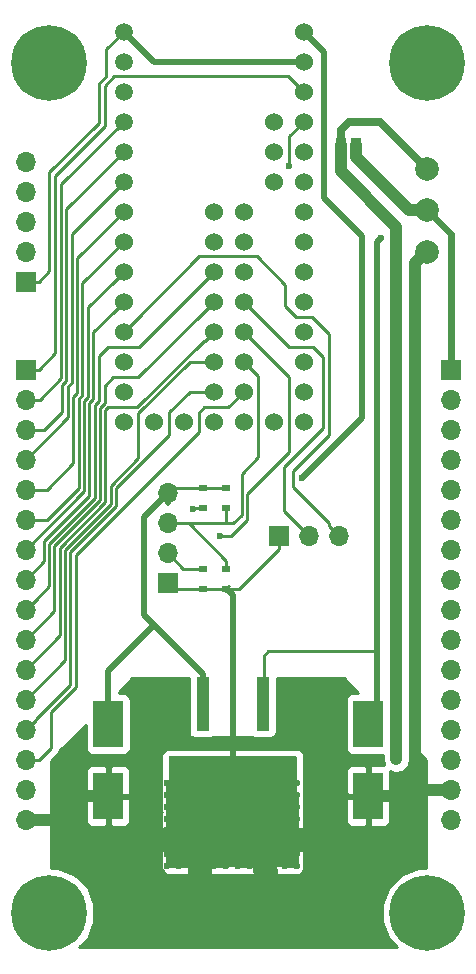
<source format=gbr>
G04 #@! TF.FileFunction,Copper,L1,Top,Signal*
%FSLAX46Y46*%
G04 Gerber Fmt 4.6, Leading zero omitted, Abs format (unit mm)*
G04 Created by KiCad (PCBNEW 4.0.6) date 10/21/18 17:35:00*
%MOMM*%
%LPD*%
G01*
G04 APERTURE LIST*
%ADD10C,0.100000*%
%ADD11C,6.400000*%
%ADD12R,2.500000X4.000000*%
%ADD13R,0.800000X0.600000*%
%ADD14C,2.000000*%
%ADD15R,1.700000X1.700000*%
%ADD16O,1.700000X1.700000*%
%ADD17R,0.970000X1.270000*%
%ADD18R,1.100000X4.600000*%
%ADD19R,10.800000X9.400000*%
%ADD20R,5.250000X4.550000*%
%ADD21C,1.500000*%
%ADD22C,1.524000*%
%ADD23C,0.600000*%
%ADD24C,0.500000*%
%ADD25C,0.250000*%
%ADD26C,2.000000*%
%ADD27C,1.000000*%
%ADD28C,0.600000*%
%ADD29C,0.700000*%
%ADD30C,0.254000*%
G04 APERTURE END LIST*
D10*
D11*
X116000000Y-96000000D03*
X84000000Y-96000000D03*
X116000000Y-24000000D03*
D12*
X89000000Y-80000000D03*
X89000000Y-86100000D03*
X111000000Y-80000000D03*
X111000000Y-86100000D03*
D13*
X97050000Y-66850000D03*
X97050000Y-68550000D03*
X99000000Y-66850000D03*
X99000000Y-68550000D03*
D14*
X116000000Y-40000000D03*
X116000000Y-36500000D03*
X116000000Y-33000000D03*
D15*
X82000000Y-42540000D03*
D16*
X82000000Y-40000000D03*
X82000000Y-37460000D03*
X82000000Y-34920000D03*
X82000000Y-32380000D03*
D15*
X94050000Y-68090000D03*
D16*
X94050000Y-65550000D03*
X94050000Y-63010000D03*
X94050000Y-60470000D03*
D15*
X118000000Y-50000000D03*
D16*
X118000000Y-52540000D03*
X118000000Y-55080000D03*
X118000000Y-57620000D03*
X118000000Y-60160000D03*
X118000000Y-62700000D03*
X118000000Y-65240000D03*
X118000000Y-67780000D03*
X118000000Y-70320000D03*
X118000000Y-72860000D03*
X118000000Y-75400000D03*
X118000000Y-77940000D03*
X118000000Y-80480000D03*
X118000000Y-83020000D03*
X118000000Y-85560000D03*
X118000000Y-88100000D03*
D15*
X82000000Y-50000000D03*
D16*
X82000000Y-52540000D03*
X82000000Y-55080000D03*
X82000000Y-57620000D03*
X82000000Y-60160000D03*
X82000000Y-62700000D03*
X82000000Y-65240000D03*
X82000000Y-67780000D03*
X82000000Y-70320000D03*
X82000000Y-72860000D03*
X82000000Y-75400000D03*
X82000000Y-77940000D03*
X82000000Y-80480000D03*
X82000000Y-83020000D03*
X82000000Y-85560000D03*
X82000000Y-88100000D03*
D17*
X108720000Y-31000000D03*
X110000000Y-31000000D03*
D18*
X102080000Y-78275000D03*
X97000000Y-78275000D03*
D19*
X99540000Y-87425000D03*
D20*
X96765000Y-89850000D03*
X102315000Y-85000000D03*
X102315000Y-89850000D03*
X96765000Y-85000000D03*
D21*
X90300000Y-21380000D03*
X90300000Y-23920000D03*
X90300000Y-26460000D03*
X90300000Y-29000000D03*
X90300000Y-31540000D03*
X90300000Y-34080000D03*
D22*
X90300000Y-36620000D03*
X97920000Y-36620000D03*
X90300000Y-39160000D03*
X97920000Y-39160000D03*
X90300000Y-41700000D03*
X97920000Y-41700000D03*
X90300000Y-44240000D03*
X97920000Y-44240000D03*
X90300000Y-46780000D03*
X97920000Y-46780000D03*
X90300000Y-49320000D03*
X97920000Y-49320000D03*
X90300000Y-51860000D03*
X97920000Y-51860000D03*
X90300000Y-54400000D03*
X92840000Y-54400000D03*
X95380000Y-54400000D03*
X97920000Y-54400000D03*
X100460000Y-54400000D03*
X103000000Y-54400000D03*
X105540000Y-54400000D03*
X100460000Y-51860000D03*
X105540000Y-51860000D03*
X100460000Y-49320000D03*
X105540000Y-49320000D03*
X100460000Y-46780000D03*
X105540000Y-46780000D03*
X100460000Y-44240000D03*
X105540000Y-44240000D03*
X100460000Y-41700000D03*
X105540000Y-41700000D03*
X100460000Y-39160000D03*
X105540000Y-39160000D03*
X100460000Y-36620000D03*
X105540000Y-36620000D03*
X103000000Y-34080000D03*
X105540000Y-34080000D03*
X103000000Y-31540000D03*
X105540000Y-31540000D03*
X103000000Y-29000000D03*
X105540000Y-29000000D03*
X105540000Y-26460000D03*
X105540000Y-23920000D03*
X105540000Y-21380000D03*
D11*
X84000000Y-24000000D03*
D15*
X103460000Y-64100000D03*
D16*
X106000000Y-64100000D03*
X108540000Y-64100000D03*
D13*
X97000000Y-60050000D03*
X97000000Y-61750000D03*
X99000000Y-60050000D03*
X99000000Y-61750000D03*
D23*
X105400000Y-59200000D03*
X94000000Y-90000000D03*
X105000000Y-85000000D03*
X105000000Y-86000000D03*
X105000000Y-87000000D03*
X105000000Y-88000000D03*
X105000000Y-89000000D03*
X105000000Y-90000000D03*
X105000000Y-91000000D03*
X105000000Y-92000000D03*
X104000000Y-92000000D03*
X103000000Y-92000000D03*
X102000000Y-92000000D03*
X101000000Y-92000000D03*
X100000000Y-92000000D03*
X99000000Y-92000000D03*
X98000000Y-92000000D03*
X97000000Y-92000000D03*
X96000000Y-92000000D03*
X95000000Y-92000000D03*
X94000000Y-92000000D03*
X94000000Y-91000000D03*
X94000000Y-89000000D03*
X94000000Y-88000000D03*
X94000000Y-87000000D03*
X94000000Y-86000000D03*
X94000000Y-85000000D03*
X112100000Y-38850000D03*
X96200000Y-61800000D03*
X98500000Y-64100000D03*
X113400000Y-83000000D03*
X104290000Y-32750000D03*
D24*
X105400000Y-59200000D02*
X110500000Y-54100000D01*
X110500000Y-54100000D02*
X110500000Y-38700000D01*
X107300000Y-23140000D02*
X106301999Y-22141999D01*
X110500000Y-38700000D02*
X107300000Y-35500000D01*
X107300000Y-35500000D02*
X107300000Y-23140000D01*
X106301999Y-22141999D02*
X105540000Y-21380000D01*
D25*
X97000000Y-60050000D02*
X94470000Y-60050000D01*
X94470000Y-60050000D02*
X94050000Y-60470000D01*
X99000000Y-60050000D02*
X97000000Y-60050000D01*
D24*
X92750000Y-71800000D02*
X89000000Y-75550000D01*
X89000000Y-75550000D02*
X89000000Y-80000000D01*
X92750000Y-71475000D02*
X97000000Y-75725000D01*
X92050000Y-70775000D02*
X92750000Y-71475000D01*
X92750000Y-71475000D02*
X92750000Y-71800000D01*
X88900000Y-79900000D02*
X89000000Y-80000000D01*
X97000000Y-75725000D02*
X97000000Y-78275000D01*
X94050000Y-60470000D02*
X92050000Y-62470000D01*
X92050000Y-62470000D02*
X92050000Y-70775000D01*
X94050000Y-60470000D02*
X94050000Y-61270998D01*
X89000000Y-80000000D02*
X89000000Y-79250000D01*
X89000000Y-79250000D02*
X89975000Y-78275000D01*
D25*
X90300000Y-21380000D02*
X88850000Y-22830000D01*
X88850000Y-22830000D02*
X88850000Y-25163590D01*
X84000000Y-33300000D02*
X84000000Y-41640000D01*
X88850000Y-25163590D02*
X88200000Y-25813590D01*
X83100000Y-42540000D02*
X82000000Y-42540000D01*
X88200000Y-25813590D02*
X88200000Y-29100000D01*
X88200000Y-29100000D02*
X84000000Y-33300000D01*
X84000000Y-41640000D02*
X83100000Y-42540000D01*
D26*
X102315000Y-89850000D02*
X106350000Y-89850000D01*
X93890000Y-89850000D02*
X91750000Y-89850000D01*
X96765000Y-89850000D02*
X93890000Y-89850000D01*
X96800000Y-92410000D02*
X96800000Y-95150000D01*
X96765000Y-89850000D02*
X96765000Y-92375000D01*
X96765000Y-92375000D02*
X96800000Y-92410000D01*
X102350000Y-92410000D02*
X102350000Y-93850000D01*
X102315000Y-92375000D02*
X102350000Y-92410000D01*
X102315000Y-89850000D02*
X102315000Y-92375000D01*
D25*
X105000000Y-91000000D02*
X105000000Y-92000000D01*
X105000000Y-89000000D02*
X105000000Y-90000000D01*
X105000000Y-87000000D02*
X105000000Y-88000000D01*
X95000000Y-92000000D02*
X96000000Y-92000000D01*
X94000000Y-91000000D02*
X94000000Y-92000000D01*
X94000000Y-89000000D02*
X94000000Y-90000000D01*
X94000000Y-88000000D02*
X94000000Y-87000000D01*
X94000000Y-85000000D02*
X94000000Y-86000000D01*
X105000000Y-87000000D02*
X105000000Y-86000000D01*
X105000000Y-89000000D02*
X105000000Y-88000000D01*
X105000000Y-91000000D02*
X105000000Y-90000000D01*
X104000000Y-92000000D02*
X105000000Y-92000000D01*
X102000000Y-92000000D02*
X103000000Y-92000000D01*
X100000000Y-92000000D02*
X101000000Y-92000000D01*
X98000000Y-92000000D02*
X99000000Y-92000000D01*
X96000000Y-92000000D02*
X97000000Y-92000000D01*
X94000000Y-92000000D02*
X95000000Y-92000000D01*
X94000000Y-90000000D02*
X94000000Y-91000000D01*
X94000000Y-88000000D02*
X94000000Y-89000000D01*
X94000000Y-86000000D02*
X94000000Y-87000000D01*
X96765000Y-85000000D02*
X94000000Y-85000000D01*
X103460000Y-64100000D02*
X103460000Y-65200000D01*
X103460000Y-65200000D02*
X100110000Y-68550000D01*
X100110000Y-68550000D02*
X99650000Y-68550000D01*
X99650000Y-68550000D02*
X99000000Y-68550000D01*
X99250000Y-68300000D02*
X99000000Y-68550000D01*
D24*
X99540000Y-87425000D02*
X99540000Y-69090000D01*
X99540000Y-69090000D02*
X99000000Y-68550000D01*
X92840000Y-23920000D02*
X95650000Y-23920000D01*
X95650000Y-23920000D02*
X105540000Y-23920000D01*
X90300000Y-21380000D02*
X92840000Y-23920000D01*
D25*
X97050000Y-68550000D02*
X99000000Y-68550000D01*
X97050000Y-68550000D02*
X94510000Y-68550000D01*
X94510000Y-68550000D02*
X94050000Y-68090000D01*
D27*
X115000000Y-86000000D02*
X115440000Y-85560000D01*
X115440000Y-85560000D02*
X118000000Y-85560000D01*
X89000000Y-86100000D02*
X86700000Y-86100000D01*
X86700000Y-86100000D02*
X84700000Y-88100000D01*
X84700000Y-88100000D02*
X82000000Y-88100000D01*
D25*
X88460000Y-85560000D02*
X89000000Y-86100000D01*
X95665000Y-86100000D02*
X96765000Y-85000000D01*
D27*
X115000000Y-86000000D02*
X115000000Y-87000000D01*
X115000000Y-80000000D02*
X115000000Y-86000000D01*
X114900000Y-86100000D02*
X111000000Y-86100000D01*
X115000000Y-86000000D02*
X114900000Y-86100000D01*
X115000000Y-87000000D02*
X115000000Y-89000000D01*
X115000000Y-89000000D02*
X114000000Y-90000000D01*
X102465000Y-90000000D02*
X102315000Y-89850000D01*
X115000000Y-41000000D02*
X115000000Y-80000000D01*
X116000000Y-40000000D02*
X115000000Y-41000000D01*
D25*
X102080000Y-78275000D02*
X102080000Y-76525000D01*
X102080000Y-76525000D02*
X102150000Y-76455000D01*
X102150000Y-76455000D02*
X102150000Y-74250000D01*
X102150000Y-74250000D02*
X102550000Y-73850000D01*
X102550000Y-73850000D02*
X111750000Y-73850000D01*
X111750000Y-73850000D02*
X111800000Y-73900000D01*
X111800000Y-73900000D02*
X111800000Y-79200000D01*
X111000000Y-80000000D02*
X111800000Y-79200000D01*
D24*
X111800001Y-39149999D02*
X112100000Y-38850000D01*
X111800000Y-79200000D02*
X111800001Y-39149999D01*
D28*
X118000000Y-50000000D02*
X118000000Y-38500000D01*
X118000000Y-38500000D02*
X116000000Y-36500000D01*
D27*
X114500000Y-36500000D02*
X110000000Y-32000000D01*
X110000000Y-32000000D02*
X110000000Y-31000000D01*
X116000000Y-36500000D02*
X114500000Y-36500000D01*
D25*
X97000000Y-61750000D02*
X96250000Y-61750000D01*
X96250000Y-61750000D02*
X96200000Y-61800000D01*
X100460000Y-46780000D02*
X104300000Y-50620000D01*
X99400000Y-64100000D02*
X98924264Y-64100000D01*
X104300000Y-50620000D02*
X104300000Y-57000000D01*
X98924264Y-64100000D02*
X98500000Y-64100000D01*
X104300000Y-57000000D02*
X100750011Y-60549989D01*
X100750011Y-60549989D02*
X100750011Y-62749989D01*
X100750011Y-62749989D02*
X99400000Y-64100000D01*
X97050000Y-66850000D02*
X95350000Y-66850000D01*
X95350000Y-66850000D02*
X94050000Y-65550000D01*
X99600000Y-63000000D02*
X99000000Y-63000000D01*
X99000000Y-63000000D02*
X95820000Y-63000000D01*
X99000000Y-61750000D02*
X99000000Y-63000000D01*
X100300000Y-58800000D02*
X100300000Y-61700000D01*
X100300000Y-61700000D02*
X100300000Y-62300000D01*
X100460000Y-49320000D02*
X101700000Y-50560000D01*
X101700000Y-57400000D02*
X100300000Y-58800000D01*
X101700000Y-50560000D02*
X101700000Y-57400000D01*
X100300000Y-62300000D02*
X99600000Y-63000000D01*
X95820000Y-63000000D02*
X95810000Y-63010000D01*
X99000000Y-66850000D02*
X99000000Y-66200000D01*
X99000000Y-66200000D02*
X95810000Y-63010000D01*
X95810000Y-63010000D02*
X95252081Y-63010000D01*
X95252081Y-63010000D02*
X94050000Y-63010000D01*
D27*
X108720000Y-31000000D02*
X108720000Y-33220000D01*
X108720000Y-33220000D02*
X113400000Y-37900000D01*
X113400000Y-37900000D02*
X113400000Y-83000000D01*
D29*
X115000001Y-32000001D02*
X116000000Y-33000000D01*
X112000000Y-29000000D02*
X115000001Y-32000001D01*
X109385000Y-29000000D02*
X112000000Y-29000000D01*
X108720000Y-29665000D02*
X109385000Y-29000000D01*
X108720000Y-31000000D02*
X108720000Y-29665000D01*
D25*
X104290000Y-32750000D02*
X104290000Y-30250000D01*
X104290000Y-30250000D02*
X105540000Y-29000000D01*
X82000000Y-50000000D02*
X83100000Y-50000000D01*
X104230000Y-25150000D02*
X105540000Y-26460000D01*
X83100000Y-50000000D02*
X84500000Y-48600000D01*
X84500000Y-48600000D02*
X84500000Y-33600000D01*
X84500000Y-33600000D02*
X88700000Y-29400000D01*
X88700000Y-29400000D02*
X88700000Y-25950000D01*
X88700000Y-25950000D02*
X89500000Y-25150000D01*
X89500000Y-25150000D02*
X104230000Y-25150000D01*
X89538001Y-42461999D02*
X90300000Y-41700000D01*
X87299956Y-44700044D02*
X89538001Y-42461999D01*
X86949956Y-60290044D02*
X86949956Y-52654400D01*
X86949956Y-52654400D02*
X87299956Y-52304401D01*
X82000000Y-65240000D02*
X86949956Y-60290044D01*
X87299956Y-52304401D02*
X87299956Y-44700044D01*
X89538001Y-45001999D02*
X90300000Y-44240000D01*
X87749967Y-46790033D02*
X89538001Y-45001999D01*
X87399967Y-52840800D02*
X87749967Y-52490801D01*
X87399967Y-60681567D02*
X87399967Y-52840800D01*
X83549934Y-64531600D02*
X87399967Y-60681567D01*
X83549934Y-66230066D02*
X83549934Y-64531600D01*
X82000000Y-67780000D02*
X83549934Y-66230066D01*
X87749967Y-52490801D02*
X87749967Y-46790033D01*
X83999945Y-68320055D02*
X82849999Y-69470001D01*
X83999945Y-64718000D02*
X83999945Y-68320055D01*
X91570000Y-48050000D02*
X89000000Y-48050000D01*
X89000000Y-48050000D02*
X88199978Y-48850022D01*
X88199978Y-52677201D02*
X88113589Y-52763589D01*
X97920000Y-41700000D02*
X91570000Y-48050000D01*
X82849999Y-69470001D02*
X82000000Y-70320000D01*
X87849978Y-53027200D02*
X87849978Y-60867967D01*
X88199978Y-48850022D02*
X88199978Y-52677201D01*
X87849978Y-60867967D02*
X83999945Y-64718000D01*
X88113589Y-52763589D02*
X87849978Y-53027200D01*
X91510000Y-50650000D02*
X97158001Y-45001999D01*
X97158001Y-45001999D02*
X97920000Y-44240000D01*
X88699967Y-51350033D02*
X89400000Y-50650000D01*
X89400000Y-50650000D02*
X91510000Y-50650000D01*
X88699967Y-52813622D02*
X88699967Y-51350033D01*
X88299989Y-53213600D02*
X88699967Y-52813622D01*
X84449956Y-64904400D02*
X88299989Y-61054367D01*
X88299989Y-61054367D02*
X88299989Y-53213600D01*
X84449956Y-70410044D02*
X84449956Y-64904400D01*
X82000000Y-72860000D02*
X84449956Y-70410044D01*
X89000000Y-53150000D02*
X91463589Y-53150000D01*
X82000000Y-75400000D02*
X84899967Y-72500033D01*
X88750000Y-61240767D02*
X88750000Y-53400000D01*
X97158001Y-47541999D02*
X97920000Y-46780000D01*
X97071590Y-47541999D02*
X97158001Y-47541999D01*
X91463589Y-53150000D02*
X97071590Y-47541999D01*
X84899967Y-65090800D02*
X88750000Y-61240767D01*
X84899967Y-72500033D02*
X84899967Y-65090800D01*
X88750000Y-53400000D02*
X89000000Y-53150000D01*
X82000000Y-77940000D02*
X85349978Y-74590022D01*
X85349978Y-74590022D02*
X85349978Y-65277200D01*
X85349978Y-65277200D02*
X89249989Y-61377189D01*
X89249989Y-61377189D02*
X89249989Y-59813600D01*
X89249989Y-59813600D02*
X91550000Y-57513589D01*
X91550000Y-57513589D02*
X91550000Y-53700000D01*
X91550000Y-53700000D02*
X95930000Y-49320000D01*
X95930000Y-49320000D02*
X96842370Y-49320000D01*
X96842370Y-49320000D02*
X97920000Y-49320000D01*
X96842370Y-51860000D02*
X97920000Y-51860000D01*
X94150000Y-53600000D02*
X95890000Y-51860000D01*
X95890000Y-51860000D02*
X96842370Y-51860000D01*
X89700000Y-60000000D02*
X94150000Y-55550000D01*
X85799989Y-65463600D02*
X89700000Y-61563589D01*
X85799989Y-76663601D02*
X85799989Y-65463600D01*
X82849999Y-79613591D02*
X85799989Y-76663601D01*
X82000000Y-80480000D02*
X82849999Y-79630001D01*
X89700000Y-61563589D02*
X89700000Y-60000000D01*
X94150000Y-55550000D02*
X94150000Y-53600000D01*
X82849999Y-79630001D02*
X82849999Y-79613591D01*
X97150000Y-53150000D02*
X99170000Y-53150000D01*
X86250000Y-76850000D02*
X86250000Y-65650000D01*
X84150000Y-82050000D02*
X84150000Y-78950000D01*
X83180000Y-83020000D02*
X84150000Y-82050000D01*
X82000000Y-83020000D02*
X83180000Y-83020000D01*
X96650000Y-55250000D02*
X96650000Y-53650000D01*
X84150000Y-78950000D02*
X86250000Y-76850000D01*
X86250000Y-65650000D02*
X96650000Y-55250000D01*
X96650000Y-53650000D02*
X97150000Y-53150000D01*
X99170000Y-53150000D02*
X100460000Y-51860000D01*
X89550001Y-34829999D02*
X90300000Y-34080000D01*
X85899956Y-38480044D02*
X89550001Y-34829999D01*
X85899956Y-51114947D02*
X85899956Y-38480044D01*
X85599923Y-51414979D02*
X85899956Y-51114947D01*
X85599923Y-54020077D02*
X85599923Y-51414979D01*
X82000000Y-57620000D02*
X85599923Y-54020077D01*
X83202081Y-60160000D02*
X82000000Y-60160000D01*
X83790000Y-60160000D02*
X83202081Y-60160000D01*
X86049934Y-52281600D02*
X86049934Y-57900066D01*
X86349967Y-51981567D02*
X86049934Y-52281600D01*
X86349967Y-40570033D02*
X86349967Y-51981567D01*
X86049934Y-57900066D02*
X83790000Y-60160000D01*
X90300000Y-36620000D02*
X86349967Y-40570033D01*
X83800000Y-62700000D02*
X83202081Y-62700000D01*
X86499945Y-60000055D02*
X83800000Y-62700000D01*
X86499945Y-52468000D02*
X86499945Y-60000055D01*
X86799978Y-52167967D02*
X86499945Y-52468000D01*
X90300000Y-39160000D02*
X86799978Y-42660022D01*
X83202081Y-62700000D02*
X82000000Y-62700000D01*
X86799978Y-42660022D02*
X86799978Y-52167967D01*
X108540000Y-64100000D02*
X107690001Y-63250001D01*
X104650000Y-59950000D02*
X104650000Y-58550000D01*
X101600000Y-40400000D02*
X96680000Y-40400000D01*
X107690001Y-63250001D02*
X107690001Y-62990001D01*
X107690001Y-62990001D02*
X104650000Y-59950000D01*
X107675000Y-55525000D02*
X107675000Y-46951777D01*
X104000000Y-44600000D02*
X104000000Y-42800000D01*
X104650000Y-58550000D02*
X107675000Y-55525000D01*
X107675000Y-46951777D02*
X106223223Y-45500000D01*
X106223223Y-45500000D02*
X104900000Y-45500000D01*
X104900000Y-45500000D02*
X104000000Y-44600000D01*
X104000000Y-42800000D02*
X101600000Y-40400000D01*
X96680000Y-40400000D02*
X91061999Y-46018001D01*
X91061999Y-46018001D02*
X90300000Y-46780000D01*
X108500000Y-63800000D02*
X108480000Y-63820000D01*
X105150001Y-63250001D02*
X106000000Y-64100000D01*
X103900000Y-58250000D02*
X103900000Y-62000000D01*
X106350000Y-48050000D02*
X107224989Y-48924989D01*
X107224989Y-54925011D02*
X103900000Y-58250000D01*
X107224989Y-48924989D02*
X107224989Y-54925011D01*
X100460000Y-44240000D02*
X104270000Y-48050000D01*
X104270000Y-48050000D02*
X106350000Y-48050000D01*
X103900000Y-62000000D02*
X105150001Y-63250001D01*
X84999934Y-34300066D02*
X84999934Y-50742147D01*
X83202081Y-52540000D02*
X82000000Y-52540000D01*
X90300000Y-29000000D02*
X84999934Y-34300066D01*
X84999934Y-50742147D02*
X83202081Y-52540000D01*
X85449945Y-50928547D02*
X85100011Y-51278480D01*
X90300000Y-31540000D02*
X85449945Y-36390055D01*
X83570000Y-55080000D02*
X83202081Y-55080000D01*
X83202081Y-55080000D02*
X82000000Y-55080000D01*
X85100011Y-53549989D02*
X83570000Y-55080000D01*
X85100011Y-51278480D02*
X85100011Y-53549989D01*
X85449945Y-36390055D02*
X85449945Y-50928547D01*
D30*
G36*
X95802560Y-80575000D02*
X95846838Y-80810317D01*
X95872759Y-80850599D01*
X95873000Y-81000205D01*
X95883086Y-81049599D01*
X95911594Y-81091177D01*
X95954032Y-81118389D01*
X96000000Y-81127000D01*
X96133083Y-81127000D01*
X96198110Y-81171431D01*
X96450000Y-81222440D01*
X97550000Y-81222440D01*
X97785317Y-81178162D01*
X97864825Y-81127000D01*
X101213083Y-81127000D01*
X101278110Y-81171431D01*
X101530000Y-81222440D01*
X102630000Y-81222440D01*
X102865317Y-81178162D01*
X102944825Y-81127000D01*
X103000000Y-81127000D01*
X103049410Y-81116994D01*
X103091035Y-81088553D01*
X103118315Y-81046159D01*
X103127000Y-81000000D01*
X103127000Y-80972412D01*
X103226431Y-80826890D01*
X103277440Y-80575000D01*
X103277440Y-76127000D01*
X108947394Y-76127000D01*
X110172954Y-77352560D01*
X109750000Y-77352560D01*
X109514683Y-77396838D01*
X109298559Y-77535910D01*
X109153569Y-77748110D01*
X109102560Y-78000000D01*
X109102560Y-82000000D01*
X109146838Y-82235317D01*
X109285910Y-82451441D01*
X109498110Y-82596431D01*
X109750000Y-82647440D01*
X112250000Y-82647440D01*
X112265000Y-82644618D01*
X112265000Y-83000000D01*
X112351397Y-83434346D01*
X112371879Y-83465000D01*
X111285750Y-83465000D01*
X111127000Y-83623750D01*
X111127000Y-85973000D01*
X112726250Y-85973000D01*
X112885000Y-85814250D01*
X112885000Y-83994712D01*
X112965654Y-84048603D01*
X113400000Y-84135000D01*
X113834346Y-84048603D01*
X114202566Y-83802566D01*
X114448603Y-83434346D01*
X114535000Y-83000000D01*
X114535000Y-81714606D01*
X115873000Y-83052606D01*
X115873000Y-92164888D01*
X115240518Y-92164336D01*
X113830485Y-92746950D01*
X112750741Y-93824811D01*
X112165667Y-95233825D01*
X112164336Y-96759482D01*
X112746950Y-98169515D01*
X113449208Y-98873000D01*
X86550229Y-98873000D01*
X87249259Y-98175189D01*
X87834333Y-96766175D01*
X87835664Y-95240518D01*
X87253050Y-93830485D01*
X86175189Y-92750741D01*
X84766175Y-92165667D01*
X84127000Y-92165109D01*
X84127000Y-86385750D01*
X87115000Y-86385750D01*
X87115000Y-88226309D01*
X87211673Y-88459698D01*
X87390301Y-88638327D01*
X87623690Y-88735000D01*
X88714250Y-88735000D01*
X88873000Y-88576250D01*
X88873000Y-86227000D01*
X89127000Y-86227000D01*
X89127000Y-88576250D01*
X89285750Y-88735000D01*
X90376310Y-88735000D01*
X90609699Y-88638327D01*
X90788327Y-88459698D01*
X90885000Y-88226309D01*
X90885000Y-86385750D01*
X90726250Y-86227000D01*
X89127000Y-86227000D01*
X88873000Y-86227000D01*
X87273750Y-86227000D01*
X87115000Y-86385750D01*
X84127000Y-86385750D01*
X84127000Y-83973691D01*
X87115000Y-83973691D01*
X87115000Y-85814250D01*
X87273750Y-85973000D01*
X88873000Y-85973000D01*
X88873000Y-83623750D01*
X89127000Y-83623750D01*
X89127000Y-85973000D01*
X90726250Y-85973000D01*
X90885000Y-85814250D01*
X90885000Y-83973691D01*
X90788327Y-83740302D01*
X90609699Y-83561673D01*
X90376310Y-83465000D01*
X89285750Y-83465000D01*
X89127000Y-83623750D01*
X88873000Y-83623750D01*
X88714250Y-83465000D01*
X87623690Y-83465000D01*
X87390301Y-83561673D01*
X87211673Y-83740302D01*
X87115000Y-83973691D01*
X84127000Y-83973691D01*
X84127000Y-83147802D01*
X84687401Y-82587401D01*
X84852148Y-82340839D01*
X84855471Y-82324135D01*
X87102560Y-80077046D01*
X87102560Y-82000000D01*
X87146838Y-82235317D01*
X87285910Y-82451441D01*
X87498110Y-82596431D01*
X87750000Y-82647440D01*
X90250000Y-82647440D01*
X90485317Y-82603162D01*
X90492265Y-82598691D01*
X93505000Y-82598691D01*
X93505000Y-87401309D01*
X93514813Y-87425000D01*
X93505000Y-87448691D01*
X93505000Y-92251309D01*
X93601673Y-92484698D01*
X93780301Y-92663327D01*
X94013690Y-92760000D01*
X99516310Y-92760000D01*
X99540000Y-92750187D01*
X99563690Y-92760000D01*
X105066310Y-92760000D01*
X105299699Y-92663327D01*
X105478327Y-92484698D01*
X105575000Y-92251309D01*
X105575000Y-87448691D01*
X105565187Y-87425000D01*
X105575000Y-87401309D01*
X105575000Y-86385750D01*
X109115000Y-86385750D01*
X109115000Y-88226309D01*
X109211673Y-88459698D01*
X109390301Y-88638327D01*
X109623690Y-88735000D01*
X110714250Y-88735000D01*
X110873000Y-88576250D01*
X110873000Y-86227000D01*
X111127000Y-86227000D01*
X111127000Y-88576250D01*
X111285750Y-88735000D01*
X112376310Y-88735000D01*
X112609699Y-88638327D01*
X112788327Y-88459698D01*
X112885000Y-88226309D01*
X112885000Y-86385750D01*
X112726250Y-86227000D01*
X111127000Y-86227000D01*
X110873000Y-86227000D01*
X109273750Y-86227000D01*
X109115000Y-86385750D01*
X105575000Y-86385750D01*
X105575000Y-83973691D01*
X109115000Y-83973691D01*
X109115000Y-85814250D01*
X109273750Y-85973000D01*
X110873000Y-85973000D01*
X110873000Y-83623750D01*
X110714250Y-83465000D01*
X109623690Y-83465000D01*
X109390301Y-83561673D01*
X109211673Y-83740302D01*
X109115000Y-83973691D01*
X105575000Y-83973691D01*
X105575000Y-82598691D01*
X105478327Y-82365302D01*
X105299699Y-82186673D01*
X105066310Y-82090000D01*
X99563690Y-82090000D01*
X99540000Y-82099813D01*
X99516310Y-82090000D01*
X94013690Y-82090000D01*
X93780301Y-82186673D01*
X93601673Y-82365302D01*
X93505000Y-82598691D01*
X90492265Y-82598691D01*
X90701441Y-82464090D01*
X90846431Y-82251890D01*
X90897440Y-82000000D01*
X90897440Y-78000000D01*
X90853162Y-77764683D01*
X90714090Y-77548559D01*
X90501890Y-77403569D01*
X90250000Y-77352560D01*
X89885000Y-77352560D01*
X89885000Y-77294606D01*
X91052606Y-76127000D01*
X95802560Y-76127000D01*
X95802560Y-80575000D01*
X95802560Y-80575000D01*
G37*
X95802560Y-80575000D02*
X95846838Y-80810317D01*
X95872759Y-80850599D01*
X95873000Y-81000205D01*
X95883086Y-81049599D01*
X95911594Y-81091177D01*
X95954032Y-81118389D01*
X96000000Y-81127000D01*
X96133083Y-81127000D01*
X96198110Y-81171431D01*
X96450000Y-81222440D01*
X97550000Y-81222440D01*
X97785317Y-81178162D01*
X97864825Y-81127000D01*
X101213083Y-81127000D01*
X101278110Y-81171431D01*
X101530000Y-81222440D01*
X102630000Y-81222440D01*
X102865317Y-81178162D01*
X102944825Y-81127000D01*
X103000000Y-81127000D01*
X103049410Y-81116994D01*
X103091035Y-81088553D01*
X103118315Y-81046159D01*
X103127000Y-81000000D01*
X103127000Y-80972412D01*
X103226431Y-80826890D01*
X103277440Y-80575000D01*
X103277440Y-76127000D01*
X108947394Y-76127000D01*
X110172954Y-77352560D01*
X109750000Y-77352560D01*
X109514683Y-77396838D01*
X109298559Y-77535910D01*
X109153569Y-77748110D01*
X109102560Y-78000000D01*
X109102560Y-82000000D01*
X109146838Y-82235317D01*
X109285910Y-82451441D01*
X109498110Y-82596431D01*
X109750000Y-82647440D01*
X112250000Y-82647440D01*
X112265000Y-82644618D01*
X112265000Y-83000000D01*
X112351397Y-83434346D01*
X112371879Y-83465000D01*
X111285750Y-83465000D01*
X111127000Y-83623750D01*
X111127000Y-85973000D01*
X112726250Y-85973000D01*
X112885000Y-85814250D01*
X112885000Y-83994712D01*
X112965654Y-84048603D01*
X113400000Y-84135000D01*
X113834346Y-84048603D01*
X114202566Y-83802566D01*
X114448603Y-83434346D01*
X114535000Y-83000000D01*
X114535000Y-81714606D01*
X115873000Y-83052606D01*
X115873000Y-92164888D01*
X115240518Y-92164336D01*
X113830485Y-92746950D01*
X112750741Y-93824811D01*
X112165667Y-95233825D01*
X112164336Y-96759482D01*
X112746950Y-98169515D01*
X113449208Y-98873000D01*
X86550229Y-98873000D01*
X87249259Y-98175189D01*
X87834333Y-96766175D01*
X87835664Y-95240518D01*
X87253050Y-93830485D01*
X86175189Y-92750741D01*
X84766175Y-92165667D01*
X84127000Y-92165109D01*
X84127000Y-86385750D01*
X87115000Y-86385750D01*
X87115000Y-88226309D01*
X87211673Y-88459698D01*
X87390301Y-88638327D01*
X87623690Y-88735000D01*
X88714250Y-88735000D01*
X88873000Y-88576250D01*
X88873000Y-86227000D01*
X89127000Y-86227000D01*
X89127000Y-88576250D01*
X89285750Y-88735000D01*
X90376310Y-88735000D01*
X90609699Y-88638327D01*
X90788327Y-88459698D01*
X90885000Y-88226309D01*
X90885000Y-86385750D01*
X90726250Y-86227000D01*
X89127000Y-86227000D01*
X88873000Y-86227000D01*
X87273750Y-86227000D01*
X87115000Y-86385750D01*
X84127000Y-86385750D01*
X84127000Y-83973691D01*
X87115000Y-83973691D01*
X87115000Y-85814250D01*
X87273750Y-85973000D01*
X88873000Y-85973000D01*
X88873000Y-83623750D01*
X89127000Y-83623750D01*
X89127000Y-85973000D01*
X90726250Y-85973000D01*
X90885000Y-85814250D01*
X90885000Y-83973691D01*
X90788327Y-83740302D01*
X90609699Y-83561673D01*
X90376310Y-83465000D01*
X89285750Y-83465000D01*
X89127000Y-83623750D01*
X88873000Y-83623750D01*
X88714250Y-83465000D01*
X87623690Y-83465000D01*
X87390301Y-83561673D01*
X87211673Y-83740302D01*
X87115000Y-83973691D01*
X84127000Y-83973691D01*
X84127000Y-83147802D01*
X84687401Y-82587401D01*
X84852148Y-82340839D01*
X84855471Y-82324135D01*
X87102560Y-80077046D01*
X87102560Y-82000000D01*
X87146838Y-82235317D01*
X87285910Y-82451441D01*
X87498110Y-82596431D01*
X87750000Y-82647440D01*
X90250000Y-82647440D01*
X90485317Y-82603162D01*
X90492265Y-82598691D01*
X93505000Y-82598691D01*
X93505000Y-87401309D01*
X93514813Y-87425000D01*
X93505000Y-87448691D01*
X93505000Y-92251309D01*
X93601673Y-92484698D01*
X93780301Y-92663327D01*
X94013690Y-92760000D01*
X99516310Y-92760000D01*
X99540000Y-92750187D01*
X99563690Y-92760000D01*
X105066310Y-92760000D01*
X105299699Y-92663327D01*
X105478327Y-92484698D01*
X105575000Y-92251309D01*
X105575000Y-87448691D01*
X105565187Y-87425000D01*
X105575000Y-87401309D01*
X105575000Y-86385750D01*
X109115000Y-86385750D01*
X109115000Y-88226309D01*
X109211673Y-88459698D01*
X109390301Y-88638327D01*
X109623690Y-88735000D01*
X110714250Y-88735000D01*
X110873000Y-88576250D01*
X110873000Y-86227000D01*
X111127000Y-86227000D01*
X111127000Y-88576250D01*
X111285750Y-88735000D01*
X112376310Y-88735000D01*
X112609699Y-88638327D01*
X112788327Y-88459698D01*
X112885000Y-88226309D01*
X112885000Y-86385750D01*
X112726250Y-86227000D01*
X111127000Y-86227000D01*
X110873000Y-86227000D01*
X109273750Y-86227000D01*
X109115000Y-86385750D01*
X105575000Y-86385750D01*
X105575000Y-83973691D01*
X109115000Y-83973691D01*
X109115000Y-85814250D01*
X109273750Y-85973000D01*
X110873000Y-85973000D01*
X110873000Y-83623750D01*
X110714250Y-83465000D01*
X109623690Y-83465000D01*
X109390301Y-83561673D01*
X109211673Y-83740302D01*
X109115000Y-83973691D01*
X105575000Y-83973691D01*
X105575000Y-82598691D01*
X105478327Y-82365302D01*
X105299699Y-82186673D01*
X105066310Y-82090000D01*
X99563690Y-82090000D01*
X99540000Y-82099813D01*
X99516310Y-82090000D01*
X94013690Y-82090000D01*
X93780301Y-82186673D01*
X93601673Y-82365302D01*
X93505000Y-82598691D01*
X90492265Y-82598691D01*
X90701441Y-82464090D01*
X90846431Y-82251890D01*
X90897440Y-82000000D01*
X90897440Y-78000000D01*
X90853162Y-77764683D01*
X90714090Y-77548559D01*
X90501890Y-77403569D01*
X90250000Y-77352560D01*
X89885000Y-77352560D01*
X89885000Y-77294606D01*
X91052606Y-76127000D01*
X95802560Y-76127000D01*
X95802560Y-80575000D01*
M02*

</source>
